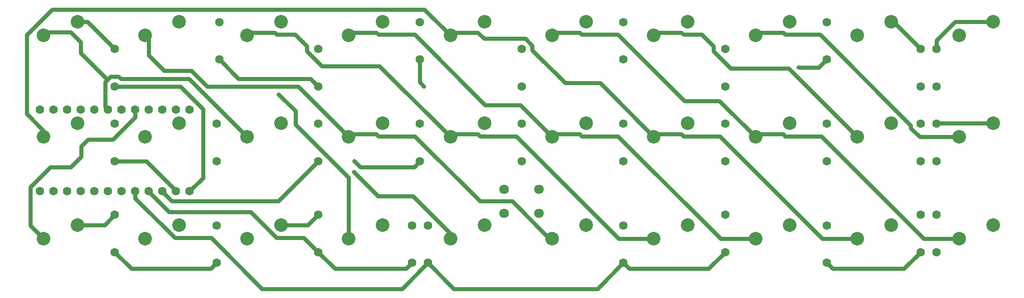
<source format=gbl>
G04 #@! TF.FileFunction,Copper,L2,Bot,Signal*
%FSLAX46Y46*%
G04 Gerber Fmt 4.6, Leading zero omitted, Abs format (unit mm)*
G04 Created by KiCad (PCBNEW 4.0.7) date *
%MOMM*%
%LPD*%
G01*
G04 APERTURE LIST*
%ADD10C,2.000000*%
%ADD11C,1.600000*%
%ADD12C,2.540000*%
%ADD13C,1.800000*%
%ADD14C,0.800000*%
%ADD15C,0.800000*%
G04 APERTURE END LIST*
D10*
D11*
X38800000Y-92380000D03*
X41340000Y-92380000D03*
X43880000Y-92380000D03*
X46420000Y-92380000D03*
X48960000Y-92380000D03*
X51500000Y-92380000D03*
X54040000Y-92380000D03*
X56580000Y-92380000D03*
X59120000Y-92380000D03*
X61660000Y-92380000D03*
X64200000Y-92380000D03*
X66740000Y-92380000D03*
X66740000Y-107620000D03*
X64200000Y-107620000D03*
X61660000Y-107620000D03*
X59120000Y-107620000D03*
X56580000Y-107620000D03*
X54040000Y-107620000D03*
X51500000Y-107620000D03*
X48960000Y-107620000D03*
X46420000Y-107620000D03*
X43880000Y-107620000D03*
X41340000Y-107620000D03*
X38800000Y-107620000D03*
X52750000Y-81000000D03*
X52750000Y-88000000D03*
X72250000Y-76000000D03*
X72250000Y-83000000D03*
X90750000Y-81000000D03*
X90750000Y-88000000D03*
X109750000Y-76000000D03*
X109750000Y-83000000D03*
X128750000Y-81000000D03*
X128750000Y-88000000D03*
X147750000Y-76000000D03*
X147750000Y-83000000D03*
X166750000Y-81000000D03*
X166750000Y-88000000D03*
X185750000Y-76000000D03*
X185750000Y-83000000D03*
X203250000Y-81000000D03*
X203250000Y-88000000D03*
X206250000Y-81000000D03*
X206250000Y-88000000D03*
X52750000Y-95000000D03*
X52750000Y-102000000D03*
X71750000Y-95000000D03*
X71750000Y-102000000D03*
X90750000Y-95000000D03*
X90750000Y-102000000D03*
X109750000Y-95000000D03*
X109750000Y-102000000D03*
X128750000Y-95000000D03*
X128750000Y-102000000D03*
X147750000Y-95000000D03*
X147750000Y-102000000D03*
X166750000Y-95000000D03*
X166750000Y-102000000D03*
X185750000Y-95000000D03*
X185750000Y-102000000D03*
X203250000Y-95000000D03*
X203250000Y-102000000D03*
X206250000Y-95000000D03*
X206250000Y-102000000D03*
X52750000Y-112000000D03*
X52750000Y-119000000D03*
X71750000Y-114000000D03*
X71750000Y-121000000D03*
X90750000Y-112000000D03*
X90750000Y-119000000D03*
X108250000Y-114000000D03*
X108250000Y-121000000D03*
X111250000Y-114000000D03*
X111250000Y-121000000D03*
X147750000Y-114000000D03*
X147750000Y-121000000D03*
X166750000Y-112000000D03*
X166750000Y-119000000D03*
X185750000Y-114000000D03*
X185750000Y-121000000D03*
X203250000Y-112000000D03*
X203250000Y-119000000D03*
X206250000Y-112000000D03*
X206250000Y-119000000D03*
D12*
X39440000Y-78460000D03*
X45790000Y-75920000D03*
X58440000Y-78460000D03*
X64790000Y-75920000D03*
X77440000Y-78460000D03*
X83790000Y-75920000D03*
X96440000Y-78460000D03*
X102790000Y-75920000D03*
X115440000Y-78460000D03*
X121790000Y-75920000D03*
X134440000Y-78460000D03*
X140790000Y-75920000D03*
X153440000Y-78460000D03*
X159790000Y-75920000D03*
X172440000Y-78460000D03*
X178790000Y-75920000D03*
X191440000Y-78460000D03*
X197790000Y-75920000D03*
X210440000Y-78460000D03*
X216790000Y-75920000D03*
X39440000Y-97460000D03*
X45790000Y-94920000D03*
X58440000Y-97460000D03*
X64790000Y-94920000D03*
X77440000Y-97460000D03*
X83790000Y-94920000D03*
X96440000Y-97460000D03*
X102790000Y-94920000D03*
X115440000Y-97460000D03*
X121790000Y-94920000D03*
X134440000Y-97460000D03*
X140790000Y-94920000D03*
X153440000Y-97460000D03*
X159790000Y-94920000D03*
X172440000Y-97460000D03*
X178790000Y-94920000D03*
X191440000Y-97460000D03*
X197790000Y-94920000D03*
X210440000Y-97460000D03*
X216790000Y-94920000D03*
X39440000Y-116460000D03*
X45790000Y-113920000D03*
X58440000Y-116460000D03*
X64790000Y-113920000D03*
X77440000Y-116460000D03*
X83790000Y-113920000D03*
X96440000Y-116460000D03*
X102790000Y-113920000D03*
X115440000Y-116460000D03*
X121790000Y-113920000D03*
X134440000Y-116460000D03*
X140790000Y-113920000D03*
X153440000Y-116460000D03*
X159790000Y-113920000D03*
X172440000Y-116460000D03*
X178790000Y-113920000D03*
X191440000Y-116460000D03*
X197790000Y-113920000D03*
X210440000Y-116460000D03*
X216790000Y-113920000D03*
D13*
X125500000Y-107250000D03*
X125500000Y-111750000D03*
X132000000Y-111750000D03*
X132000000Y-107250000D03*
D14*
X110513000Y-88000000D03*
X180461300Y-84500900D03*
X97543300Y-102000000D03*
X97463100Y-104061000D03*
X83421300Y-89556800D03*
D15*
X47670000Y-75920000D02*
X52750000Y-81000000D01*
X45790000Y-75920000D02*
X47670000Y-75920000D01*
X109750000Y-87237000D02*
X110513000Y-88000000D01*
X109750000Y-83000000D02*
X109750000Y-87237000D01*
X75849700Y-86599700D02*
X72250000Y-83000000D01*
X89349700Y-86599700D02*
X75849700Y-86599700D01*
X90750000Y-88000000D02*
X89349700Y-86599700D01*
X69238900Y-105121100D02*
X66740000Y-107620000D01*
X69238900Y-92263000D02*
X69238900Y-105121100D01*
X64975900Y-88000000D02*
X69238900Y-92263000D01*
X52750000Y-88000000D02*
X64975900Y-88000000D01*
X184249100Y-84500900D02*
X180461300Y-84500900D01*
X185750000Y-83000000D02*
X184249100Y-84500900D01*
X64200000Y-107500800D02*
X64200000Y-107620000D01*
X58699200Y-102000000D02*
X64200000Y-107500800D01*
X52750000Y-102000000D02*
X58699200Y-102000000D01*
X198170000Y-75920000D02*
X203250000Y-81000000D01*
X197790000Y-75920000D02*
X198170000Y-75920000D01*
X206250000Y-79385700D02*
X206250000Y-81000000D01*
X209715700Y-75920000D02*
X206250000Y-79385700D01*
X216790000Y-75920000D02*
X209715700Y-75920000D01*
X98613800Y-103070500D02*
X97543300Y-102000000D01*
X108679500Y-103070500D02*
X98613800Y-103070500D01*
X109750000Y-102000000D02*
X108679500Y-103070500D01*
X61660000Y-107702700D02*
X61660000Y-107620000D01*
X63383300Y-109426000D02*
X61660000Y-107702700D01*
X83324000Y-109426000D02*
X63383300Y-109426000D01*
X90750000Y-102000000D02*
X83324000Y-109426000D01*
X93847200Y-122097200D02*
X90750000Y-119000000D01*
X107152800Y-122097200D02*
X93847200Y-122097200D01*
X108250000Y-121000000D02*
X107152800Y-122097200D01*
X59120000Y-107722100D02*
X59120000Y-107620000D01*
X62912800Y-111514900D02*
X59120000Y-107722100D01*
X78174300Y-111514900D02*
X62912800Y-111514900D01*
X82975300Y-116315900D02*
X78174300Y-111514900D01*
X88065900Y-116315900D02*
X82975300Y-116315900D01*
X90750000Y-119000000D02*
X88065900Y-116315900D01*
X55825300Y-122075300D02*
X52750000Y-119000000D01*
X70674700Y-122075300D02*
X55825300Y-122075300D01*
X71750000Y-121000000D02*
X70674700Y-122075300D01*
X206330000Y-94920000D02*
X206250000Y-95000000D01*
X216790000Y-94920000D02*
X206330000Y-94920000D01*
X50830000Y-113920000D02*
X52750000Y-112000000D01*
X45790000Y-113920000D02*
X50830000Y-113920000D01*
X88830000Y-113920000D02*
X90750000Y-112000000D01*
X83790000Y-113920000D02*
X88830000Y-113920000D01*
X186827300Y-122077300D02*
X185750000Y-121000000D01*
X200172700Y-122077300D02*
X186827300Y-122077300D01*
X203250000Y-119000000D02*
X200172700Y-122077300D01*
X148835500Y-122085500D02*
X147750000Y-121000000D01*
X163664500Y-122085500D02*
X148835500Y-122085500D01*
X166750000Y-119000000D02*
X163664500Y-122085500D01*
X116100400Y-125850400D02*
X111250000Y-121000000D01*
X142899600Y-125850400D02*
X116100400Y-125850400D01*
X147750000Y-121000000D02*
X142899600Y-125850400D01*
X56580000Y-108920800D02*
X56580000Y-107620000D01*
X63975100Y-116315900D02*
X56580000Y-108920800D01*
X70753600Y-116315900D02*
X63975100Y-116315900D01*
X80291700Y-125854000D02*
X70753600Y-116315900D01*
X106396000Y-125854000D02*
X80291700Y-125854000D01*
X111250000Y-121000000D02*
X106396000Y-125854000D01*
X153972600Y-77927400D02*
X153440000Y-78460000D01*
X158586600Y-77927400D02*
X153972600Y-77927400D01*
X158975100Y-78315900D02*
X158586600Y-77927400D01*
X162417800Y-78315900D02*
X158975100Y-78315900D01*
X164611900Y-80510000D02*
X162417800Y-78315900D01*
X164611900Y-81426400D02*
X164611900Y-80510000D01*
X167825300Y-84639800D02*
X164611900Y-81426400D01*
X178619800Y-84639800D02*
X167825300Y-84639800D01*
X191440000Y-97460000D02*
X178619800Y-84639800D01*
X46374200Y-81753400D02*
X51382000Y-86761200D01*
X46374200Y-79781800D02*
X46374200Y-81753400D01*
X44478400Y-77886000D02*
X46374200Y-79781800D01*
X40014000Y-77886000D02*
X44478400Y-77886000D01*
X39440000Y-78460000D02*
X40014000Y-77886000D01*
X51999900Y-86143300D02*
X51382000Y-86761200D01*
X53439500Y-86143300D02*
X51999900Y-86143300D01*
X53895800Y-86599600D02*
X53439500Y-86143300D01*
X66579600Y-86599600D02*
X53895800Y-86599600D01*
X77440000Y-97460000D02*
X66579600Y-86599600D01*
X50945300Y-91825300D02*
X51500000Y-92380000D01*
X50945300Y-87197900D02*
X50945300Y-91825300D01*
X51382000Y-86761200D02*
X50945300Y-87197900D01*
X101957500Y-108555400D02*
X97463100Y-104061000D01*
X108410700Y-108555400D02*
X101957500Y-108555400D01*
X115440000Y-115584700D02*
X108410700Y-108555400D01*
X115440000Y-116460000D02*
X115440000Y-115584700D01*
X172972600Y-77927400D02*
X172440000Y-78460000D01*
X177586600Y-77927400D02*
X172972600Y-77927400D01*
X177975100Y-78315900D02*
X177586600Y-77927400D01*
X184454000Y-78315900D02*
X177975100Y-78315900D01*
X201449600Y-95311500D02*
X184454000Y-78315900D01*
X201449600Y-95810800D02*
X201449600Y-95311500D01*
X203098800Y-97460000D02*
X201449600Y-95810800D01*
X210440000Y-97460000D02*
X203098800Y-97460000D01*
X96972600Y-96927400D02*
X96440000Y-97460000D01*
X101586600Y-96927400D02*
X96972600Y-96927400D01*
X101975100Y-97315900D02*
X101586600Y-96927400D01*
X108753600Y-97315900D02*
X101975100Y-97315900D01*
X120937700Y-109500000D02*
X108753600Y-97315900D01*
X126998100Y-109500000D02*
X120937700Y-109500000D01*
X133958100Y-116460000D02*
X126998100Y-109500000D01*
X134440000Y-116460000D02*
X133958100Y-116460000D01*
X59077900Y-79097900D02*
X58440000Y-78460000D01*
X59077900Y-82171400D02*
X59077900Y-79097900D01*
X61973000Y-85066500D02*
X59077900Y-82171400D01*
X67027000Y-85066500D02*
X61973000Y-85066500D01*
X70041100Y-88080600D02*
X67027000Y-85066500D01*
X87060600Y-88080600D02*
X70041100Y-88080600D01*
X96440000Y-97460000D02*
X87060600Y-88080600D01*
X115972600Y-96927400D02*
X115440000Y-97460000D01*
X120586600Y-96927400D02*
X115972600Y-96927400D01*
X120975100Y-97315900D02*
X120586600Y-96927400D01*
X127753600Y-97315900D02*
X120975100Y-97315900D01*
X146897700Y-116460000D02*
X127753600Y-97315900D01*
X153440000Y-116460000D02*
X146897700Y-116460000D01*
X77972600Y-77927400D02*
X77440000Y-78460000D01*
X82586600Y-77927400D02*
X77972600Y-77927400D01*
X82975100Y-78315900D02*
X82586600Y-77927400D01*
X86417800Y-78315900D02*
X82975100Y-78315900D01*
X88611900Y-80510000D02*
X86417800Y-78315900D01*
X88611900Y-81426400D02*
X88611900Y-80510000D01*
X91424000Y-84238500D02*
X88611900Y-81426400D01*
X102218500Y-84238500D02*
X91424000Y-84238500D01*
X115440000Y-97460000D02*
X102218500Y-84238500D01*
X36975700Y-113995700D02*
X39440000Y-116460000D01*
X36975700Y-106835700D02*
X36975700Y-113995700D01*
X40715900Y-103095500D02*
X36975700Y-106835700D01*
X44498700Y-103095500D02*
X40715900Y-103095500D01*
X46427900Y-101166300D02*
X44498700Y-103095500D01*
X46427900Y-99212200D02*
X46427900Y-101166300D01*
X47718800Y-97921300D02*
X46427900Y-99212200D01*
X52415300Y-97921300D02*
X47718800Y-97921300D01*
X56580000Y-93756600D02*
X52415300Y-97921300D01*
X56580000Y-92380000D02*
X56580000Y-93756600D01*
X134972600Y-96927400D02*
X134440000Y-97460000D01*
X139586600Y-96927400D02*
X134972600Y-96927400D01*
X139975100Y-97315900D02*
X139586600Y-96927400D01*
X146753600Y-97315900D02*
X139975100Y-97315900D01*
X165897700Y-116460000D02*
X146753600Y-97315900D01*
X172440000Y-116460000D02*
X165897700Y-116460000D01*
X96972600Y-77927400D02*
X96440000Y-78460000D01*
X101586600Y-77927400D02*
X96972600Y-77927400D01*
X101975100Y-78315900D02*
X101586600Y-77927400D01*
X108753600Y-78315900D02*
X101975100Y-78315900D01*
X121937700Y-91500000D02*
X108753600Y-78315900D01*
X128480000Y-91500000D02*
X121937700Y-91500000D01*
X134440000Y-97460000D02*
X128480000Y-91500000D01*
X39440000Y-96322300D02*
X39440000Y-97460000D01*
X36267900Y-93150200D02*
X39440000Y-96322300D01*
X36267900Y-78372400D02*
X36267900Y-93150200D01*
X41033800Y-73606500D02*
X36267900Y-78372400D01*
X110586500Y-73606500D02*
X41033800Y-73606500D01*
X115440000Y-78460000D02*
X110586500Y-73606500D01*
X153972600Y-96927400D02*
X153440000Y-97460000D01*
X158586600Y-96927400D02*
X153972600Y-96927400D01*
X158975100Y-97315900D02*
X158586600Y-96927400D01*
X165753600Y-97315900D02*
X158975100Y-97315900D01*
X184897700Y-116460000D02*
X165753600Y-97315900D01*
X191440000Y-116460000D02*
X184897700Y-116460000D01*
X115972600Y-77927400D02*
X115440000Y-78460000D01*
X120586600Y-77927400D02*
X115972600Y-77927400D01*
X121757100Y-79097900D02*
X120586600Y-77927400D01*
X129411400Y-79097900D02*
X121757100Y-79097900D01*
X130734600Y-80421100D02*
X129411400Y-79097900D01*
X130734600Y-81258900D02*
X130734600Y-80421100D01*
X136864900Y-87389200D02*
X130734600Y-81258900D01*
X143369200Y-87389200D02*
X136864900Y-87389200D01*
X153440000Y-97460000D02*
X143369200Y-87389200D01*
X134972600Y-77927400D02*
X134440000Y-78460000D01*
X139586600Y-77927400D02*
X134972600Y-77927400D01*
X139975100Y-78315900D02*
X139586600Y-77927400D01*
X146753600Y-78315900D02*
X139975100Y-78315900D01*
X159155800Y-90718100D02*
X146753600Y-78315900D01*
X165698100Y-90718100D02*
X159155800Y-90718100D01*
X172440000Y-97460000D02*
X165698100Y-90718100D01*
X172972600Y-96927400D02*
X172440000Y-97460000D01*
X177586600Y-96927400D02*
X172972600Y-96927400D01*
X177975100Y-97315900D02*
X177586600Y-96927400D01*
X184753600Y-97315900D02*
X177975100Y-97315900D01*
X203897700Y-116460000D02*
X184753600Y-97315900D01*
X210440000Y-116460000D02*
X203897700Y-116460000D01*
X86514100Y-92649600D02*
X83421300Y-89556800D01*
X86514100Y-95166900D02*
X86514100Y-92649600D01*
X96440000Y-105092800D02*
X86514100Y-95166900D01*
X96440000Y-116460000D02*
X96440000Y-105092800D01*
M02*

</source>
